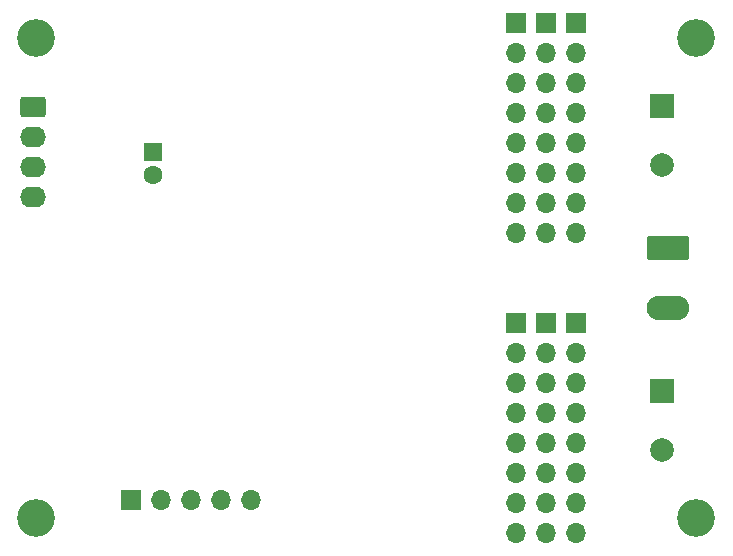
<source format=gbs>
%TF.GenerationSoftware,KiCad,Pcbnew,(5.99.0-9393-ga28cb98626)*%
%TF.CreationDate,2021-03-12T19:06:23-08:00*%
%TF.ProjectId,SimpleServoCtrl,53696d70-6c65-4536-9572-766f4374726c,n/c*%
%TF.SameCoordinates,Original*%
%TF.FileFunction,Soldermask,Bot*%
%TF.FilePolarity,Negative*%
%FSLAX46Y46*%
G04 Gerber Fmt 4.6, Leading zero omitted, Abs format (unit mm)*
G04 Created by KiCad (PCBNEW (5.99.0-9393-ga28cb98626)) date 2021-03-12 19:06:23*
%MOMM*%
%LPD*%
G01*
G04 APERTURE LIST*
G04 Aperture macros list*
%AMRoundRect*
0 Rectangle with rounded corners*
0 $1 Rounding radius*
0 $2 $3 $4 $5 $6 $7 $8 $9 X,Y pos of 4 corners*
0 Add a 4 corners polygon primitive as box body*
4,1,4,$2,$3,$4,$5,$6,$7,$8,$9,$2,$3,0*
0 Add four circle primitives for the rounded corners*
1,1,$1+$1,$2,$3*
1,1,$1+$1,$4,$5*
1,1,$1+$1,$6,$7*
1,1,$1+$1,$8,$9*
0 Add four rect primitives between the rounded corners*
20,1,$1+$1,$2,$3,$4,$5,0*
20,1,$1+$1,$4,$5,$6,$7,0*
20,1,$1+$1,$6,$7,$8,$9,0*
20,1,$1+$1,$8,$9,$2,$3,0*%
G04 Aperture macros list end*
%ADD10C,3.200000*%
%ADD11O,3.600000X2.080000*%
%ADD12RoundRect,0.249999X-1.550001X0.790001X-1.550001X-0.790001X1.550001X-0.790001X1.550001X0.790001X0*%
%ADD13O,1.700000X1.700000*%
%ADD14R,1.700000X1.700000*%
%ADD15O,2.190000X1.740000*%
%ADD16RoundRect,0.250000X-0.845000X0.620000X-0.845000X-0.620000X0.845000X-0.620000X0.845000X0.620000X0*%
%ADD17C,2.000000*%
%ADD18R,2.000000X2.000000*%
%ADD19C,1.600000*%
%ADD20R,1.600000X1.600000*%
G04 APERTURE END LIST*
D10*
%TO.C,H4*%
X189230000Y-57150000D03*
%TD*%
%TO.C,H3*%
X189230000Y-97790000D03*
%TD*%
%TO.C,H2*%
X133350000Y-97790000D03*
%TD*%
%TO.C,H1*%
X133350000Y-57150000D03*
%TD*%
D11*
%TO.C,P1*%
X186866500Y-80010000D03*
D12*
X186866500Y-74930000D03*
%TD*%
D13*
%TO.C,J8*%
X151521000Y-96282000D03*
X148981000Y-96282000D03*
X146441000Y-96282000D03*
X143901000Y-96282000D03*
D14*
X141361000Y-96282000D03*
%TD*%
D13*
%TO.C,J7*%
X179070000Y-99060000D03*
X179070000Y-96520000D03*
X179070000Y-93980000D03*
X179070000Y-91440000D03*
X179070000Y-88900000D03*
X179070000Y-86360000D03*
X179070000Y-83820000D03*
D14*
X179070000Y-81280000D03*
%TD*%
D13*
%TO.C,J6*%
X179070000Y-73660000D03*
X179070000Y-71120000D03*
X179070000Y-68580000D03*
X179070000Y-66040000D03*
X179070000Y-63500000D03*
X179070000Y-60960000D03*
X179070000Y-58420000D03*
D14*
X179070000Y-55880000D03*
%TD*%
D13*
%TO.C,J5*%
X176530000Y-99060000D03*
X176530000Y-96520000D03*
X176530000Y-93980000D03*
X176530000Y-91440000D03*
X176530000Y-88900000D03*
X176530000Y-86360000D03*
X176530000Y-83820000D03*
D14*
X176530000Y-81280000D03*
%TD*%
D13*
%TO.C,J4*%
X176530000Y-73660000D03*
X176530000Y-71120000D03*
X176530000Y-68580000D03*
X176530000Y-66040000D03*
X176530000Y-63500000D03*
X176530000Y-60960000D03*
X176530000Y-58420000D03*
D14*
X176530000Y-55880000D03*
%TD*%
D13*
%TO.C,J3*%
X173990000Y-99060000D03*
X173990000Y-96520000D03*
X173990000Y-93980000D03*
X173990000Y-91440000D03*
X173990000Y-88900000D03*
X173990000Y-86360000D03*
X173990000Y-83820000D03*
D14*
X173990000Y-81280000D03*
%TD*%
D13*
%TO.C,J2*%
X173990000Y-73660000D03*
X173990000Y-71120000D03*
X173990000Y-68580000D03*
X173990000Y-66040000D03*
X173990000Y-63500000D03*
X173990000Y-60960000D03*
X173990000Y-58420000D03*
D14*
X173990000Y-55880000D03*
%TD*%
D15*
%TO.C,J1*%
X133096000Y-70612000D03*
X133096000Y-68072000D03*
X133096000Y-65532000D03*
D16*
X133096000Y-62992000D03*
%TD*%
D17*
%TO.C,C7*%
X186319000Y-67926323D03*
D18*
X186319000Y-62926323D03*
%TD*%
D17*
%TO.C,C6*%
X186319000Y-92056323D03*
D18*
X186319000Y-87056323D03*
%TD*%
D19*
%TO.C,C1*%
X143256000Y-68802000D03*
D20*
X143256000Y-66802000D03*
%TD*%
M02*

</source>
